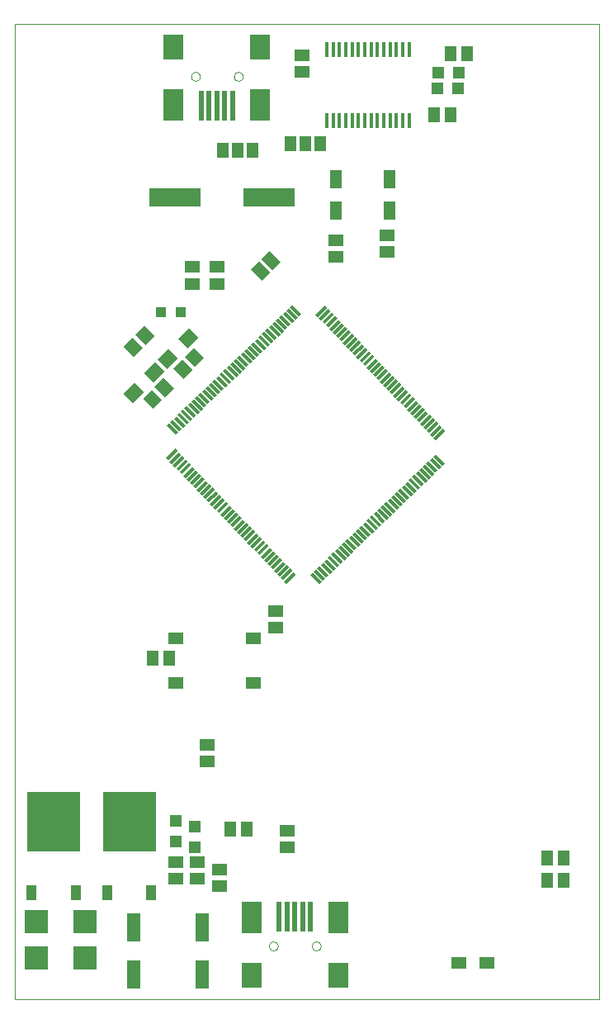
<source format=gtp>
G75*
%MOIN*%
%OFA0B0*%
%FSLAX24Y24*%
%IPPOS*%
%LPD*%
%AMOC8*
5,1,8,0,0,1.08239X$1,22.5*
%
%ADD10C,0.0000*%
%ADD11R,0.0531X0.0138*%
%ADD12R,0.0591X0.0512*%
%ADD13R,0.2126X0.2441*%
%ADD14R,0.0394X0.0630*%
%ADD15R,0.0945X0.0945*%
%ADD16R,0.0551X0.1181*%
%ADD17R,0.0787X0.0984*%
%ADD18R,0.0787X0.1299*%
%ADD19R,0.0197X0.1220*%
%ADD20R,0.0591X0.0472*%
%ADD21R,0.0512X0.0591*%
%ADD22R,0.0630X0.0551*%
%ADD23R,0.0394X0.0394*%
%ADD24R,0.2100X0.0760*%
%ADD25R,0.0512X0.0748*%
%ADD26R,0.0460X0.0630*%
%ADD27R,0.0472X0.0472*%
%ADD28R,0.0610X0.0512*%
%ADD29R,0.0157X0.0591*%
D10*
X000692Y001990D02*
X000692Y041360D01*
X024314Y041360D01*
X024314Y001990D01*
X000692Y001990D01*
X010968Y004155D02*
X010970Y004181D01*
X010976Y004207D01*
X010986Y004232D01*
X010999Y004255D01*
X011015Y004275D01*
X011035Y004293D01*
X011057Y004308D01*
X011080Y004320D01*
X011106Y004328D01*
X011132Y004332D01*
X011158Y004332D01*
X011184Y004328D01*
X011210Y004320D01*
X011234Y004308D01*
X011255Y004293D01*
X011275Y004275D01*
X011291Y004255D01*
X011304Y004232D01*
X011314Y004207D01*
X011320Y004181D01*
X011322Y004155D01*
X011320Y004129D01*
X011314Y004103D01*
X011304Y004078D01*
X011291Y004055D01*
X011275Y004035D01*
X011255Y004017D01*
X011233Y004002D01*
X011210Y003990D01*
X011184Y003982D01*
X011158Y003978D01*
X011132Y003978D01*
X011106Y003982D01*
X011080Y003990D01*
X011056Y004002D01*
X011035Y004017D01*
X011015Y004035D01*
X010999Y004055D01*
X010986Y004078D01*
X010976Y004103D01*
X010970Y004129D01*
X010968Y004155D01*
X012700Y004155D02*
X012702Y004181D01*
X012708Y004207D01*
X012718Y004232D01*
X012731Y004255D01*
X012747Y004275D01*
X012767Y004293D01*
X012789Y004308D01*
X012812Y004320D01*
X012838Y004328D01*
X012864Y004332D01*
X012890Y004332D01*
X012916Y004328D01*
X012942Y004320D01*
X012966Y004308D01*
X012987Y004293D01*
X013007Y004275D01*
X013023Y004255D01*
X013036Y004232D01*
X013046Y004207D01*
X013052Y004181D01*
X013054Y004155D01*
X013052Y004129D01*
X013046Y004103D01*
X013036Y004078D01*
X013023Y004055D01*
X013007Y004035D01*
X012987Y004017D01*
X012965Y004002D01*
X012942Y003990D01*
X012916Y003982D01*
X012890Y003978D01*
X012864Y003978D01*
X012838Y003982D01*
X012812Y003990D01*
X012788Y004002D01*
X012767Y004017D01*
X012747Y004035D01*
X012731Y004055D01*
X012718Y004078D01*
X012708Y004103D01*
X012702Y004129D01*
X012700Y004155D01*
X009550Y039254D02*
X009552Y039280D01*
X009558Y039306D01*
X009568Y039331D01*
X009581Y039354D01*
X009597Y039374D01*
X009617Y039392D01*
X009639Y039407D01*
X009662Y039419D01*
X009688Y039427D01*
X009714Y039431D01*
X009740Y039431D01*
X009766Y039427D01*
X009792Y039419D01*
X009816Y039407D01*
X009837Y039392D01*
X009857Y039374D01*
X009873Y039354D01*
X009886Y039331D01*
X009896Y039306D01*
X009902Y039280D01*
X009904Y039254D01*
X009902Y039228D01*
X009896Y039202D01*
X009886Y039177D01*
X009873Y039154D01*
X009857Y039134D01*
X009837Y039116D01*
X009815Y039101D01*
X009792Y039089D01*
X009766Y039081D01*
X009740Y039077D01*
X009714Y039077D01*
X009688Y039081D01*
X009662Y039089D01*
X009638Y039101D01*
X009617Y039116D01*
X009597Y039134D01*
X009581Y039154D01*
X009568Y039177D01*
X009558Y039202D01*
X009552Y039228D01*
X009550Y039254D01*
X007818Y039254D02*
X007820Y039280D01*
X007826Y039306D01*
X007836Y039331D01*
X007849Y039354D01*
X007865Y039374D01*
X007885Y039392D01*
X007907Y039407D01*
X007930Y039419D01*
X007956Y039427D01*
X007982Y039431D01*
X008008Y039431D01*
X008034Y039427D01*
X008060Y039419D01*
X008084Y039407D01*
X008105Y039392D01*
X008125Y039374D01*
X008141Y039354D01*
X008154Y039331D01*
X008164Y039306D01*
X008170Y039280D01*
X008172Y039254D01*
X008170Y039228D01*
X008164Y039202D01*
X008154Y039177D01*
X008141Y039154D01*
X008125Y039134D01*
X008105Y039116D01*
X008083Y039101D01*
X008060Y039089D01*
X008034Y039081D01*
X008008Y039077D01*
X007982Y039077D01*
X007956Y039081D01*
X007930Y039089D01*
X007906Y039101D01*
X007885Y039116D01*
X007865Y039134D01*
X007849Y039154D01*
X007836Y039177D01*
X007826Y039202D01*
X007820Y039228D01*
X007818Y039254D01*
D11*
G36*
X012176Y029568D02*
X011810Y029950D01*
X011910Y030046D01*
X012276Y029664D01*
X012176Y029568D01*
G37*
G36*
X012034Y029431D02*
X011668Y029813D01*
X011768Y029909D01*
X012134Y029527D01*
X012034Y029431D01*
G37*
G36*
X011892Y029295D02*
X011526Y029677D01*
X011626Y029773D01*
X011992Y029391D01*
X011892Y029295D01*
G37*
G36*
X011750Y029159D02*
X011384Y029541D01*
X011484Y029637D01*
X011850Y029255D01*
X011750Y029159D01*
G37*
G36*
X011607Y029023D02*
X011241Y029405D01*
X011341Y029501D01*
X011707Y029119D01*
X011607Y029023D01*
G37*
G36*
X011465Y028886D02*
X011099Y029268D01*
X011199Y029364D01*
X011565Y028982D01*
X011465Y028886D01*
G37*
G36*
X011323Y028750D02*
X010957Y029132D01*
X011057Y029228D01*
X011423Y028846D01*
X011323Y028750D01*
G37*
G36*
X011181Y028614D02*
X010815Y028996D01*
X010915Y029092D01*
X011281Y028710D01*
X011181Y028614D01*
G37*
G36*
X011039Y028478D02*
X010673Y028860D01*
X010773Y028956D01*
X011139Y028574D01*
X011039Y028478D01*
G37*
G36*
X010897Y028341D02*
X010531Y028723D01*
X010631Y028819D01*
X010997Y028437D01*
X010897Y028341D01*
G37*
G36*
X010755Y028205D02*
X010389Y028587D01*
X010489Y028683D01*
X010855Y028301D01*
X010755Y028205D01*
G37*
G36*
X010613Y028069D02*
X010247Y028451D01*
X010347Y028547D01*
X010713Y028165D01*
X010613Y028069D01*
G37*
G36*
X010471Y027933D02*
X010105Y028315D01*
X010205Y028411D01*
X010571Y028029D01*
X010471Y027933D01*
G37*
G36*
X010329Y027796D02*
X009963Y028178D01*
X010063Y028274D01*
X010429Y027892D01*
X010329Y027796D01*
G37*
G36*
X010187Y027660D02*
X009821Y028042D01*
X009921Y028138D01*
X010287Y027756D01*
X010187Y027660D01*
G37*
G36*
X010045Y027524D02*
X009679Y027906D01*
X009779Y028002D01*
X010145Y027620D01*
X010045Y027524D01*
G37*
G36*
X009903Y027388D02*
X009537Y027770D01*
X009637Y027866D01*
X010003Y027484D01*
X009903Y027388D01*
G37*
G36*
X009760Y027251D02*
X009394Y027633D01*
X009494Y027729D01*
X009860Y027347D01*
X009760Y027251D01*
G37*
G36*
X009618Y027115D02*
X009252Y027497D01*
X009352Y027593D01*
X009718Y027211D01*
X009618Y027115D01*
G37*
G36*
X009476Y026979D02*
X009110Y027361D01*
X009210Y027457D01*
X009576Y027075D01*
X009476Y026979D01*
G37*
G36*
X009334Y026843D02*
X008968Y027225D01*
X009068Y027321D01*
X009434Y026939D01*
X009334Y026843D01*
G37*
G36*
X009192Y026706D02*
X008826Y027088D01*
X008926Y027184D01*
X009292Y026802D01*
X009192Y026706D01*
G37*
G36*
X009050Y026570D02*
X008684Y026952D01*
X008784Y027048D01*
X009150Y026666D01*
X009050Y026570D01*
G37*
G36*
X008908Y026434D02*
X008542Y026816D01*
X008642Y026912D01*
X009008Y026530D01*
X008908Y026434D01*
G37*
G36*
X008766Y026298D02*
X008400Y026680D01*
X008500Y026776D01*
X008866Y026394D01*
X008766Y026298D01*
G37*
G36*
X008624Y026161D02*
X008258Y026543D01*
X008358Y026639D01*
X008724Y026257D01*
X008624Y026161D01*
G37*
G36*
X008482Y026025D02*
X008116Y026407D01*
X008216Y026503D01*
X008582Y026121D01*
X008482Y026025D01*
G37*
G36*
X008340Y025889D02*
X007974Y026271D01*
X008074Y026367D01*
X008440Y025985D01*
X008340Y025889D01*
G37*
G36*
X008198Y025753D02*
X007832Y026135D01*
X007932Y026231D01*
X008298Y025849D01*
X008198Y025753D01*
G37*
G36*
X008056Y025616D02*
X007690Y025998D01*
X007790Y026094D01*
X008156Y025712D01*
X008056Y025616D01*
G37*
G36*
X007913Y025480D02*
X007547Y025862D01*
X007647Y025958D01*
X008013Y025576D01*
X007913Y025480D01*
G37*
G36*
X007771Y025344D02*
X007405Y025726D01*
X007505Y025822D01*
X007871Y025440D01*
X007771Y025344D01*
G37*
G36*
X007629Y025208D02*
X007263Y025590D01*
X007363Y025686D01*
X007729Y025304D01*
X007629Y025208D01*
G37*
G36*
X007487Y025071D02*
X007121Y025453D01*
X007221Y025549D01*
X007587Y025167D01*
X007487Y025071D01*
G37*
G36*
X007345Y024935D02*
X006979Y025317D01*
X007079Y025413D01*
X007445Y025031D01*
X007345Y024935D01*
G37*
G36*
X007203Y024799D02*
X006837Y025181D01*
X006937Y025277D01*
X007303Y024895D01*
X007203Y024799D01*
G37*
G36*
X007287Y024127D02*
X006905Y023761D01*
X006809Y023861D01*
X007191Y024227D01*
X007287Y024127D01*
G37*
G36*
X007423Y023985D02*
X007041Y023619D01*
X006945Y023719D01*
X007327Y024085D01*
X007423Y023985D01*
G37*
G36*
X007560Y023843D02*
X007178Y023477D01*
X007082Y023577D01*
X007464Y023943D01*
X007560Y023843D01*
G37*
G36*
X007696Y023701D02*
X007314Y023335D01*
X007218Y023435D01*
X007600Y023801D01*
X007696Y023701D01*
G37*
G36*
X007832Y023559D02*
X007450Y023193D01*
X007354Y023293D01*
X007736Y023659D01*
X007832Y023559D01*
G37*
G36*
X007968Y023417D02*
X007586Y023051D01*
X007490Y023151D01*
X007872Y023517D01*
X007968Y023417D01*
G37*
G36*
X008105Y023275D02*
X007723Y022909D01*
X007627Y023009D01*
X008009Y023375D01*
X008105Y023275D01*
G37*
G36*
X008241Y023133D02*
X007859Y022767D01*
X007763Y022867D01*
X008145Y023233D01*
X008241Y023133D01*
G37*
G36*
X008377Y022991D02*
X007995Y022625D01*
X007899Y022725D01*
X008281Y023091D01*
X008377Y022991D01*
G37*
G36*
X008513Y022849D02*
X008131Y022483D01*
X008035Y022583D01*
X008417Y022949D01*
X008513Y022849D01*
G37*
G36*
X008650Y022706D02*
X008268Y022340D01*
X008172Y022440D01*
X008554Y022806D01*
X008650Y022706D01*
G37*
G36*
X008786Y022564D02*
X008404Y022198D01*
X008308Y022298D01*
X008690Y022664D01*
X008786Y022564D01*
G37*
G36*
X008922Y022422D02*
X008540Y022056D01*
X008444Y022156D01*
X008826Y022522D01*
X008922Y022422D01*
G37*
G36*
X009058Y022280D02*
X008676Y021914D01*
X008580Y022014D01*
X008962Y022380D01*
X009058Y022280D01*
G37*
G36*
X009195Y022138D02*
X008813Y021772D01*
X008717Y021872D01*
X009099Y022238D01*
X009195Y022138D01*
G37*
G36*
X009331Y021996D02*
X008949Y021630D01*
X008853Y021730D01*
X009235Y022096D01*
X009331Y021996D01*
G37*
G36*
X009467Y021854D02*
X009085Y021488D01*
X008989Y021588D01*
X009371Y021954D01*
X009467Y021854D01*
G37*
G36*
X009603Y021712D02*
X009221Y021346D01*
X009125Y021446D01*
X009507Y021812D01*
X009603Y021712D01*
G37*
G36*
X009740Y021570D02*
X009358Y021204D01*
X009262Y021304D01*
X009644Y021670D01*
X009740Y021570D01*
G37*
G36*
X009876Y021428D02*
X009494Y021062D01*
X009398Y021162D01*
X009780Y021528D01*
X009876Y021428D01*
G37*
G36*
X010012Y021286D02*
X009630Y020920D01*
X009534Y021020D01*
X009916Y021386D01*
X010012Y021286D01*
G37*
G36*
X010148Y021144D02*
X009766Y020778D01*
X009670Y020878D01*
X010052Y021244D01*
X010148Y021144D01*
G37*
G36*
X010285Y021002D02*
X009903Y020636D01*
X009807Y020736D01*
X010189Y021102D01*
X010285Y021002D01*
G37*
G36*
X010421Y020859D02*
X010039Y020493D01*
X009943Y020593D01*
X010325Y020959D01*
X010421Y020859D01*
G37*
G36*
X010557Y020717D02*
X010175Y020351D01*
X010079Y020451D01*
X010461Y020817D01*
X010557Y020717D01*
G37*
G36*
X010693Y020575D02*
X010311Y020209D01*
X010215Y020309D01*
X010597Y020675D01*
X010693Y020575D01*
G37*
G36*
X010830Y020433D02*
X010448Y020067D01*
X010352Y020167D01*
X010734Y020533D01*
X010830Y020433D01*
G37*
G36*
X010966Y020291D02*
X010584Y019925D01*
X010488Y020025D01*
X010870Y020391D01*
X010966Y020291D01*
G37*
G36*
X011102Y020149D02*
X010720Y019783D01*
X010624Y019883D01*
X011006Y020249D01*
X011102Y020149D01*
G37*
G36*
X011238Y020007D02*
X010856Y019641D01*
X010760Y019741D01*
X011142Y020107D01*
X011238Y020007D01*
G37*
G36*
X011375Y019865D02*
X010993Y019499D01*
X010897Y019599D01*
X011279Y019965D01*
X011375Y019865D01*
G37*
G36*
X011511Y019723D02*
X011129Y019357D01*
X011033Y019457D01*
X011415Y019823D01*
X011511Y019723D01*
G37*
G36*
X011647Y019581D02*
X011265Y019215D01*
X011169Y019315D01*
X011551Y019681D01*
X011647Y019581D01*
G37*
G36*
X011783Y019439D02*
X011401Y019073D01*
X011305Y019173D01*
X011687Y019539D01*
X011783Y019439D01*
G37*
G36*
X011920Y019297D02*
X011538Y018931D01*
X011442Y019031D01*
X011824Y019397D01*
X011920Y019297D01*
G37*
G36*
X012056Y019154D02*
X011674Y018788D01*
X011578Y018888D01*
X011960Y019254D01*
X012056Y019154D01*
G37*
G36*
X012728Y019239D02*
X013094Y018857D01*
X012994Y018761D01*
X012628Y019143D01*
X012728Y019239D01*
G37*
G36*
X012870Y019375D02*
X013236Y018993D01*
X013136Y018897D01*
X012770Y019279D01*
X012870Y019375D01*
G37*
G36*
X013012Y019511D02*
X013378Y019129D01*
X013278Y019033D01*
X012912Y019415D01*
X013012Y019511D01*
G37*
G36*
X013154Y019647D02*
X013520Y019265D01*
X013420Y019169D01*
X013054Y019551D01*
X013154Y019647D01*
G37*
G36*
X013296Y019784D02*
X013662Y019402D01*
X013562Y019306D01*
X013196Y019688D01*
X013296Y019784D01*
G37*
G36*
X013438Y019920D02*
X013804Y019538D01*
X013704Y019442D01*
X013338Y019824D01*
X013438Y019920D01*
G37*
G36*
X013580Y020056D02*
X013946Y019674D01*
X013846Y019578D01*
X013480Y019960D01*
X013580Y020056D01*
G37*
G36*
X013722Y020192D02*
X014088Y019810D01*
X013988Y019714D01*
X013622Y020096D01*
X013722Y020192D01*
G37*
G36*
X013864Y020329D02*
X014230Y019947D01*
X014130Y019851D01*
X013764Y020233D01*
X013864Y020329D01*
G37*
G36*
X014006Y020465D02*
X014372Y020083D01*
X014272Y019987D01*
X013906Y020369D01*
X014006Y020465D01*
G37*
G36*
X014148Y020601D02*
X014514Y020219D01*
X014414Y020123D01*
X014048Y020505D01*
X014148Y020601D01*
G37*
G36*
X014290Y020737D02*
X014656Y020355D01*
X014556Y020259D01*
X014190Y020641D01*
X014290Y020737D01*
G37*
G36*
X014433Y020874D02*
X014799Y020492D01*
X014699Y020396D01*
X014333Y020778D01*
X014433Y020874D01*
G37*
G36*
X014575Y021010D02*
X014941Y020628D01*
X014841Y020532D01*
X014475Y020914D01*
X014575Y021010D01*
G37*
G36*
X014717Y021146D02*
X015083Y020764D01*
X014983Y020668D01*
X014617Y021050D01*
X014717Y021146D01*
G37*
G36*
X014859Y021282D02*
X015225Y020900D01*
X015125Y020804D01*
X014759Y021186D01*
X014859Y021282D01*
G37*
G36*
X015001Y021419D02*
X015367Y021037D01*
X015267Y020941D01*
X014901Y021323D01*
X015001Y021419D01*
G37*
G36*
X015143Y021555D02*
X015509Y021173D01*
X015409Y021077D01*
X015043Y021459D01*
X015143Y021555D01*
G37*
G36*
X015285Y021691D02*
X015651Y021309D01*
X015551Y021213D01*
X015185Y021595D01*
X015285Y021691D01*
G37*
G36*
X015427Y021827D02*
X015793Y021445D01*
X015693Y021349D01*
X015327Y021731D01*
X015427Y021827D01*
G37*
G36*
X015569Y021964D02*
X015935Y021582D01*
X015835Y021486D01*
X015469Y021868D01*
X015569Y021964D01*
G37*
G36*
X015711Y022100D02*
X016077Y021718D01*
X015977Y021622D01*
X015611Y022004D01*
X015711Y022100D01*
G37*
G36*
X015853Y022236D02*
X016219Y021854D01*
X016119Y021758D01*
X015753Y022140D01*
X015853Y022236D01*
G37*
G36*
X015995Y022372D02*
X016361Y021990D01*
X016261Y021894D01*
X015895Y022276D01*
X015995Y022372D01*
G37*
G36*
X016138Y022509D02*
X016504Y022127D01*
X016404Y022031D01*
X016038Y022413D01*
X016138Y022509D01*
G37*
G36*
X016280Y022645D02*
X016646Y022263D01*
X016546Y022167D01*
X016180Y022549D01*
X016280Y022645D01*
G37*
G36*
X016422Y022781D02*
X016788Y022399D01*
X016688Y022303D01*
X016322Y022685D01*
X016422Y022781D01*
G37*
G36*
X016564Y022917D02*
X016930Y022535D01*
X016830Y022439D01*
X016464Y022821D01*
X016564Y022917D01*
G37*
G36*
X016706Y023054D02*
X017072Y022672D01*
X016972Y022576D01*
X016606Y022958D01*
X016706Y023054D01*
G37*
G36*
X016848Y023190D02*
X017214Y022808D01*
X017114Y022712D01*
X016748Y023094D01*
X016848Y023190D01*
G37*
G36*
X016990Y023326D02*
X017356Y022944D01*
X017256Y022848D01*
X016890Y023230D01*
X016990Y023326D01*
G37*
G36*
X017132Y023462D02*
X017498Y023080D01*
X017398Y022984D01*
X017032Y023366D01*
X017132Y023462D01*
G37*
G36*
X017274Y023599D02*
X017640Y023217D01*
X017540Y023121D01*
X017174Y023503D01*
X017274Y023599D01*
G37*
G36*
X017416Y023735D02*
X017782Y023353D01*
X017682Y023257D01*
X017316Y023639D01*
X017416Y023735D01*
G37*
G36*
X017558Y023871D02*
X017924Y023489D01*
X017824Y023393D01*
X017458Y023775D01*
X017558Y023871D01*
G37*
G36*
X017700Y024007D02*
X018066Y023625D01*
X017966Y023529D01*
X017600Y023911D01*
X017700Y024007D01*
G37*
G36*
X017616Y024679D02*
X017998Y025045D01*
X018094Y024945D01*
X017712Y024579D01*
X017616Y024679D01*
G37*
G36*
X017480Y024821D02*
X017862Y025187D01*
X017958Y025087D01*
X017576Y024721D01*
X017480Y024821D01*
G37*
G36*
X017344Y024963D02*
X017726Y025329D01*
X017822Y025229D01*
X017440Y024863D01*
X017344Y024963D01*
G37*
G36*
X017207Y025105D02*
X017589Y025471D01*
X017685Y025371D01*
X017303Y025005D01*
X017207Y025105D01*
G37*
G36*
X017071Y025247D02*
X017453Y025613D01*
X017549Y025513D01*
X017167Y025147D01*
X017071Y025247D01*
G37*
G36*
X016935Y025389D02*
X017317Y025755D01*
X017413Y025655D01*
X017031Y025289D01*
X016935Y025389D01*
G37*
G36*
X016799Y025532D02*
X017181Y025898D01*
X017277Y025798D01*
X016895Y025432D01*
X016799Y025532D01*
G37*
G36*
X016662Y025674D02*
X017044Y026040D01*
X017140Y025940D01*
X016758Y025574D01*
X016662Y025674D01*
G37*
G36*
X016526Y025816D02*
X016908Y026182D01*
X017004Y026082D01*
X016622Y025716D01*
X016526Y025816D01*
G37*
G36*
X016390Y025958D02*
X016772Y026324D01*
X016868Y026224D01*
X016486Y025858D01*
X016390Y025958D01*
G37*
G36*
X016254Y026100D02*
X016636Y026466D01*
X016732Y026366D01*
X016350Y026000D01*
X016254Y026100D01*
G37*
G36*
X016117Y026242D02*
X016499Y026608D01*
X016595Y026508D01*
X016213Y026142D01*
X016117Y026242D01*
G37*
G36*
X015981Y026384D02*
X016363Y026750D01*
X016459Y026650D01*
X016077Y026284D01*
X015981Y026384D01*
G37*
G36*
X015845Y026526D02*
X016227Y026892D01*
X016323Y026792D01*
X015941Y026426D01*
X015845Y026526D01*
G37*
G36*
X015709Y026668D02*
X016091Y027034D01*
X016187Y026934D01*
X015805Y026568D01*
X015709Y026668D01*
G37*
G36*
X015573Y026810D02*
X015955Y027176D01*
X016051Y027076D01*
X015669Y026710D01*
X015573Y026810D01*
G37*
G36*
X015436Y026952D02*
X015818Y027318D01*
X015914Y027218D01*
X015532Y026852D01*
X015436Y026952D01*
G37*
G36*
X015300Y027094D02*
X015682Y027460D01*
X015778Y027360D01*
X015396Y026994D01*
X015300Y027094D01*
G37*
G36*
X015164Y027236D02*
X015546Y027602D01*
X015642Y027502D01*
X015260Y027136D01*
X015164Y027236D01*
G37*
G36*
X015028Y027379D02*
X015410Y027745D01*
X015506Y027645D01*
X015124Y027279D01*
X015028Y027379D01*
G37*
G36*
X014891Y027521D02*
X015273Y027887D01*
X015369Y027787D01*
X014987Y027421D01*
X014891Y027521D01*
G37*
G36*
X014755Y027663D02*
X015137Y028029D01*
X015233Y027929D01*
X014851Y027563D01*
X014755Y027663D01*
G37*
G36*
X014619Y027805D02*
X015001Y028171D01*
X015097Y028071D01*
X014715Y027705D01*
X014619Y027805D01*
G37*
G36*
X014483Y027947D02*
X014865Y028313D01*
X014961Y028213D01*
X014579Y027847D01*
X014483Y027947D01*
G37*
G36*
X014346Y028089D02*
X014728Y028455D01*
X014824Y028355D01*
X014442Y027989D01*
X014346Y028089D01*
G37*
G36*
X014210Y028231D02*
X014592Y028597D01*
X014688Y028497D01*
X014306Y028131D01*
X014210Y028231D01*
G37*
G36*
X014074Y028373D02*
X014456Y028739D01*
X014552Y028639D01*
X014170Y028273D01*
X014074Y028373D01*
G37*
G36*
X013938Y028515D02*
X014320Y028881D01*
X014416Y028781D01*
X014034Y028415D01*
X013938Y028515D01*
G37*
G36*
X013801Y028657D02*
X014183Y029023D01*
X014279Y028923D01*
X013897Y028557D01*
X013801Y028657D01*
G37*
G36*
X013665Y028799D02*
X014047Y029165D01*
X014143Y029065D01*
X013761Y028699D01*
X013665Y028799D01*
G37*
G36*
X013529Y028941D02*
X013911Y029307D01*
X014007Y029207D01*
X013625Y028841D01*
X013529Y028941D01*
G37*
G36*
X013393Y029083D02*
X013775Y029449D01*
X013871Y029349D01*
X013489Y028983D01*
X013393Y029083D01*
G37*
G36*
X013256Y029226D02*
X013638Y029592D01*
X013734Y029492D01*
X013352Y029126D01*
X013256Y029226D01*
G37*
G36*
X013120Y029368D02*
X013502Y029734D01*
X013598Y029634D01*
X013216Y029268D01*
X013120Y029368D01*
G37*
G36*
X012984Y029510D02*
X013366Y029876D01*
X013462Y029776D01*
X013080Y029410D01*
X012984Y029510D01*
G37*
G36*
X012848Y029652D02*
X013230Y030018D01*
X013326Y029918D01*
X012944Y029552D01*
X012848Y029652D01*
G37*
D12*
X013684Y031970D03*
X013684Y032639D03*
X015751Y032836D03*
X015751Y032167D03*
X012306Y039450D03*
X012306Y040120D03*
X008861Y031557D03*
X008861Y030887D03*
X007877Y030887D03*
X007877Y031557D03*
X011223Y017679D03*
X011223Y017009D03*
X008467Y012265D03*
X008467Y011596D03*
X008074Y007541D03*
X008074Y006872D03*
X007188Y006872D03*
X007188Y007541D03*
X008960Y007246D03*
X008960Y006576D03*
X011715Y008151D03*
X011715Y008820D03*
D13*
X005318Y009175D03*
X002267Y009175D03*
D14*
X003164Y006301D03*
X004420Y006301D03*
X006215Y006301D03*
X001369Y006301D03*
D15*
X001578Y005139D03*
X001578Y003663D03*
X003546Y003663D03*
X003546Y005139D03*
D16*
X005515Y004903D03*
X005515Y003013D03*
X008271Y003013D03*
X008271Y004903D03*
D17*
X010259Y002974D03*
X013763Y002974D03*
X010613Y040435D03*
X007109Y040435D03*
D18*
X007109Y038112D03*
X010613Y038112D03*
X010259Y005297D03*
X013763Y005297D03*
D19*
X012641Y005336D03*
X012326Y005336D03*
X012011Y005336D03*
X011696Y005336D03*
X011381Y005336D03*
X009491Y038072D03*
X009176Y038072D03*
X008861Y038072D03*
X008546Y038072D03*
X008231Y038072D03*
D20*
X018625Y003466D03*
X019767Y003466D03*
D21*
X022208Y006813D03*
X022208Y007698D03*
X022877Y007698D03*
X022877Y006813D03*
X010082Y008880D03*
X009412Y008880D03*
X006932Y015769D03*
X006263Y015769D03*
G36*
X006651Y026199D02*
X006289Y025837D01*
X005873Y026253D01*
X006235Y026615D01*
X006651Y026199D01*
G37*
G36*
X007125Y026672D02*
X006763Y026310D01*
X006347Y026726D01*
X006709Y027088D01*
X007125Y026672D01*
G37*
G36*
X007873Y027415D02*
X007511Y027053D01*
X007095Y027469D01*
X007457Y027831D01*
X007873Y027415D01*
G37*
G36*
X008346Y027888D02*
X007984Y027526D01*
X007568Y027942D01*
X007930Y028304D01*
X008346Y027888D01*
G37*
G36*
X005559Y028828D02*
X005921Y029190D01*
X006337Y028774D01*
X005975Y028412D01*
X005559Y028828D01*
G37*
G36*
X005086Y028355D02*
X005448Y028717D01*
X005864Y028301D01*
X005502Y027939D01*
X005086Y028355D01*
G37*
X017641Y037718D03*
X018310Y037718D03*
X018290Y040159D03*
X018960Y040159D03*
D22*
G36*
X007287Y028659D02*
X007732Y029104D01*
X008121Y028715D01*
X007676Y028270D01*
X007287Y028659D01*
G37*
G36*
X007286Y027880D02*
X006841Y027435D01*
X006452Y027824D01*
X006897Y028269D01*
X007286Y027880D01*
G37*
G36*
X005909Y027281D02*
X006354Y027726D01*
X006743Y027337D01*
X006298Y026892D01*
X005909Y027281D01*
G37*
G36*
X005908Y026502D02*
X005463Y026057D01*
X005074Y026446D01*
X005519Y026891D01*
X005908Y026502D01*
G37*
D23*
X006597Y029746D03*
X007385Y029746D03*
D24*
X007158Y034372D03*
X010958Y034372D03*
D25*
X013684Y033840D03*
X013684Y035100D03*
X015849Y035100D03*
X015849Y033840D03*
D26*
X013024Y036537D03*
X012424Y036537D03*
X011824Y036537D03*
X010308Y036261D03*
X009708Y036261D03*
X009108Y036261D03*
G36*
X010657Y031888D02*
X010982Y032213D01*
X011427Y031768D01*
X011102Y031443D01*
X010657Y031888D01*
G37*
G36*
X010233Y031464D02*
X010558Y031789D01*
X011003Y031344D01*
X010678Y031019D01*
X010233Y031464D01*
G37*
D27*
X017759Y038761D03*
X017798Y039411D03*
X018586Y038761D03*
X018625Y039411D03*
X007188Y009194D03*
X007188Y008368D03*
X007975Y008151D03*
X007975Y008978D03*
D28*
X007198Y014785D03*
X007198Y016557D03*
X010328Y016557D03*
X010328Y014785D03*
D29*
X013300Y037472D03*
X013556Y037472D03*
X013812Y037472D03*
X014068Y037472D03*
X014324Y037472D03*
X014580Y037472D03*
X014836Y037472D03*
X015091Y037472D03*
X015347Y037472D03*
X015603Y037472D03*
X015859Y037472D03*
X016115Y037472D03*
X016371Y037472D03*
X016627Y037472D03*
X016627Y040326D03*
X016371Y040326D03*
X016115Y040326D03*
X015859Y040326D03*
X015603Y040326D03*
X015347Y040326D03*
X015091Y040326D03*
X014836Y040326D03*
X014580Y040326D03*
X014324Y040326D03*
X014068Y040326D03*
X013812Y040326D03*
X013556Y040326D03*
X013300Y040326D03*
M02*

</source>
